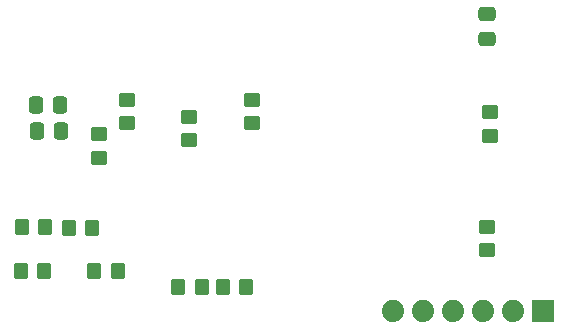
<source format=gbr>
%TF.GenerationSoftware,KiCad,Pcbnew,6.0.11-2627ca5db0~126~ubuntu22.04.1*%
%TF.CreationDate,2023-02-18T04:23:51-05:00*%
%TF.ProjectId,lin-flow-sensor,6c696e2d-666c-46f7-972d-73656e736f72,1.0*%
%TF.SameCoordinates,Original*%
%TF.FileFunction,Paste,Bot*%
%TF.FilePolarity,Positive*%
%FSLAX46Y46*%
G04 Gerber Fmt 4.6, Leading zero omitted, Abs format (unit mm)*
G04 Created by KiCad (PCBNEW 6.0.11-2627ca5db0~126~ubuntu22.04.1) date 2023-02-18 04:23:51*
%MOMM*%
%LPD*%
G01*
G04 APERTURE LIST*
G04 Aperture macros list*
%AMRoundRect*
0 Rectangle with rounded corners*
0 $1 Rounding radius*
0 $2 $3 $4 $5 $6 $7 $8 $9 X,Y pos of 4 corners*
0 Add a 4 corners polygon primitive as box body*
4,1,4,$2,$3,$4,$5,$6,$7,$8,$9,$2,$3,0*
0 Add four circle primitives for the rounded corners*
1,1,$1+$1,$2,$3*
1,1,$1+$1,$4,$5*
1,1,$1+$1,$6,$7*
1,1,$1+$1,$8,$9*
0 Add four rect primitives between the rounded corners*
20,1,$1+$1,$2,$3,$4,$5,0*
20,1,$1+$1,$4,$5,$6,$7,0*
20,1,$1+$1,$6,$7,$8,$9,0*
20,1,$1+$1,$8,$9,$2,$3,0*%
G04 Aperture macros list end*
%ADD10RoundRect,0.250000X-0.450000X0.350000X-0.450000X-0.350000X0.450000X-0.350000X0.450000X0.350000X0*%
%ADD11R,1.879600X1.879600*%
%ADD12C,1.879600*%
%ADD13RoundRect,0.250000X-0.350000X-0.450000X0.350000X-0.450000X0.350000X0.450000X-0.350000X0.450000X0*%
%ADD14RoundRect,0.250000X0.350000X0.450000X-0.350000X0.450000X-0.350000X-0.450000X0.350000X-0.450000X0*%
%ADD15RoundRect,0.250000X0.475000X-0.337500X0.475000X0.337500X-0.475000X0.337500X-0.475000X-0.337500X0*%
%ADD16RoundRect,0.250000X0.450000X-0.350000X0.450000X0.350000X-0.450000X0.350000X-0.450000X-0.350000X0*%
%ADD17RoundRect,0.250000X0.337500X0.475000X-0.337500X0.475000X-0.337500X-0.475000X0.337500X-0.475000X0*%
%ADD18RoundRect,0.250000X-0.337500X-0.475000X0.337500X-0.475000X0.337500X0.475000X-0.337500X0.475000X0*%
G04 APERTURE END LIST*
D10*
%TO.C,R20*%
X221825000Y-84675000D03*
X221825000Y-86675000D03*
%TD*%
%TO.C,R19*%
X222025000Y-74950000D03*
X222025000Y-76950000D03*
%TD*%
D11*
%TO.C,J1*%
X226520000Y-91800000D03*
D12*
X223980000Y-91800000D03*
X221440000Y-91800000D03*
X218900000Y-91800000D03*
X216360000Y-91800000D03*
X213820000Y-91800000D03*
%TD*%
D13*
%TO.C,R3*%
X195650000Y-89750000D03*
X197650000Y-89750000D03*
%TD*%
D10*
%TO.C,R18*%
X196550000Y-75350000D03*
X196550000Y-77350000D03*
%TD*%
D13*
%TO.C,R7*%
X182400000Y-84725000D03*
X184400000Y-84725000D03*
%TD*%
D14*
%TO.C,R4*%
X201425000Y-89750000D03*
X199425000Y-89750000D03*
%TD*%
D15*
%TO.C,C2*%
X221775000Y-68750000D03*
X221775000Y-66675000D03*
%TD*%
D10*
%TO.C,R14*%
X201900000Y-73900000D03*
X201900000Y-75900000D03*
%TD*%
D13*
%TO.C,R8*%
X186375000Y-84775000D03*
X188375000Y-84775000D03*
%TD*%
%TO.C,R9*%
X182300000Y-88450000D03*
X184300000Y-88450000D03*
%TD*%
D16*
%TO.C,R12*%
X188950000Y-78825000D03*
X188950000Y-76825000D03*
%TD*%
D10*
%TO.C,R16*%
X191300000Y-73900000D03*
X191300000Y-75900000D03*
%TD*%
D14*
%TO.C,R10*%
X190525000Y-88425000D03*
X188525000Y-88425000D03*
%TD*%
D17*
%TO.C,C7*%
X185750000Y-76575000D03*
X183675000Y-76575000D03*
%TD*%
D18*
%TO.C,C8*%
X183600000Y-74325000D03*
X185675000Y-74325000D03*
%TD*%
M02*

</source>
